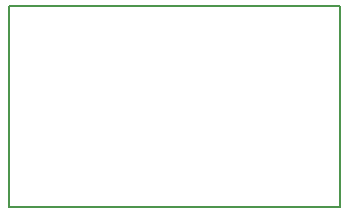
<source format=gm1>
G04 #@! TF.GenerationSoftware,KiCad,Pcbnew,5.0.0-rc2*
G04 #@! TF.CreationDate,2019-06-24T22:39:53-04:00*
G04 #@! TF.ProjectId,pcb,7063622E6B696361645F706362000000,rev?*
G04 #@! TF.SameCoordinates,Original*
G04 #@! TF.FileFunction,Profile,NP*
%FSLAX46Y46*%
G04 Gerber Fmt 4.6, Leading zero omitted, Abs format (unit mm)*
G04 Created by KiCad (PCBNEW 5.0.0-rc2) date Mon Jun 24 22:39:53 2019*
%MOMM*%
%LPD*%
G01*
G04 APERTURE LIST*
%ADD10C,0.152400*%
G04 APERTURE END LIST*
D10*
X115000000Y-78000000D02*
X143000000Y-78000000D01*
X115000000Y-95000000D02*
X115000000Y-78000000D01*
X143000000Y-95000000D02*
X115000000Y-95000000D01*
X143000000Y-78000000D02*
X143000000Y-95000000D01*
M02*

</source>
